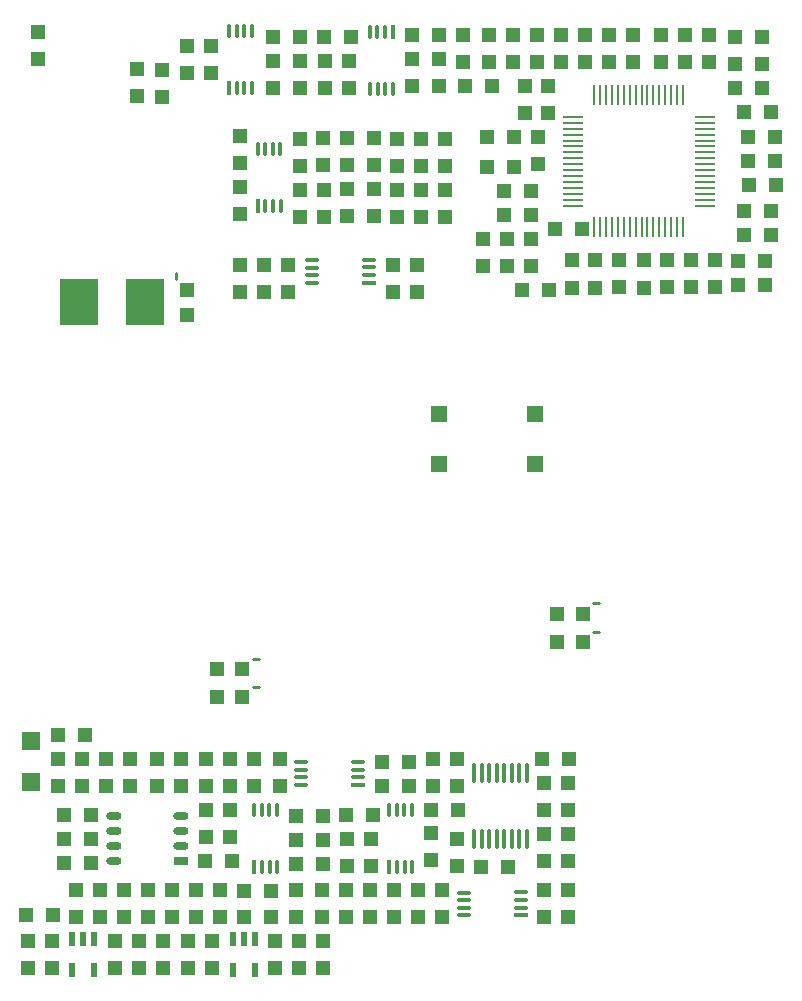
<source format=gtp>
%FSLAX42Y42*%
%MOMM*%
G71*
G01*
G75*
G04 Layer_Color=8421504*
%ADD10R,1.22X1.22*%
%ADD11R,1.22X1.22*%
%ADD12R,3.20X4.00*%
%ADD13R,1.27X1.27*%
%ADD14R,1.40X1.40*%
%ADD15O,0.25X1.75*%
%ADD16O,1.75X0.25*%
%ADD17O,1.20X0.35*%
%ADD18R,1.20X0.35*%
%ADD19O,0.35X1.20*%
%ADD20R,0.35X1.20*%
%ADD21R,0.60X1.20*%
%ADD22O,1.30X0.65*%
%ADD23R,1.30X0.65*%
%ADD24O,0.35X1.85*%
%ADD25R,1.27X1.27*%
%ADD26R,1.52X1.52*%
%ADD27C,0.25*%
%ADD28C,0.60*%
%ADD29C,2.00*%
%ADD30C,1.20*%
%ADD31C,0.50*%
%ADD32C,0.40*%
%ADD33C,1.30*%
%ADD34C,0.25*%
%ADD35C,0.35*%
%ADD36C,0.30*%
%ADD37C,0.80*%
%ADD38C,5.00*%
%ADD39C,5.00*%
%ADD40C,1.57*%
%ADD41P,1.70X8X292.5*%
%ADD42R,1.50X1.50*%
%ADD43C,1.50*%
%ADD44C,2.00*%
%ADD45R,2.00X2.00*%
%ADD46R,2.00X2.00*%
%ADD47C,1.52*%
%ADD48C,1.27*%
%ADD49C,1.10*%
%ADD50C,1.70*%
%ADD51R,1.20X0.60*%
%ADD52R,1.75X0.25*%
%ADD53R,0.25X1.75*%
%ADD54O,2.03X0.61*%
%ADD55R,0.69X0.99*%
%ADD56R,1.02X2.03*%
%ADD57R,5.59X8.64*%
%ADD58R,2.03X3.05*%
%ADD59R,3.05X2.03*%
%ADD60R,0.76X1.30*%
%ADD61C,1.00*%
%ADD62C,0.20*%
%ADD63C,0.20*%
%ADD64C,0.30*%
%ADD65C,0.38*%
%ADD66C,0.13*%
%ADD67C,0.10*%
%ADD68C,0.15*%
D10*
X9766Y10922D02*
D03*
X9995D02*
D03*
X6363Y11316D02*
D03*
X6591D02*
D03*
X6363Y10655D02*
D03*
X6591D02*
D03*
X9899Y10075D02*
D03*
X9670D02*
D03*
X9896Y10277D02*
D03*
X9668D02*
D03*
X6363Y11087D02*
D03*
X6591D02*
D03*
X7686Y10665D02*
D03*
X7915D02*
D03*
X9982Y11328D02*
D03*
X9754D02*
D03*
X9982Y11125D02*
D03*
X9754D02*
D03*
X6363Y10884D02*
D03*
X6591D02*
D03*
X6912Y11986D02*
D03*
X7140D02*
D03*
X3962Y5182D02*
D03*
X4191D02*
D03*
X3962Y5588D02*
D03*
X4191D02*
D03*
X6350D02*
D03*
X6579D02*
D03*
X6160Y5169D02*
D03*
X5931D02*
D03*
X5486Y4724D02*
D03*
X5715D02*
D03*
X3645Y4737D02*
D03*
X3874D02*
D03*
X5385Y5194D02*
D03*
X5156D02*
D03*
X7074Y5626D02*
D03*
X7303D02*
D03*
X7775Y11072D02*
D03*
X7547D02*
D03*
X8118Y10551D02*
D03*
X8347D02*
D03*
X9718Y10703D02*
D03*
X9947D02*
D03*
X7775Y11326D02*
D03*
X7547D02*
D03*
X7686Y10868D02*
D03*
X7915D02*
D03*
X5959Y12176D02*
D03*
X5731D02*
D03*
X6391D02*
D03*
X6162D02*
D03*
X9718Y11542D02*
D03*
X9947D02*
D03*
X9642Y11745D02*
D03*
X9871D02*
D03*
X6912Y12189D02*
D03*
X7140D02*
D03*
X6912Y11757D02*
D03*
X7140D02*
D03*
X7585D02*
D03*
X7356D02*
D03*
X3962Y5385D02*
D03*
X4191D02*
D03*
X5931Y5372D02*
D03*
X6160D02*
D03*
X5931Y5575D02*
D03*
X6160D02*
D03*
X5486Y4940D02*
D03*
X5715D02*
D03*
X7493Y5144D02*
D03*
X7722D02*
D03*
X6883Y6033D02*
D03*
X6655D02*
D03*
X6883Y5829D02*
D03*
X6655D02*
D03*
X9642Y12176D02*
D03*
X9871D02*
D03*
Y11948D02*
D03*
X9642D02*
D03*
X8067Y10030D02*
D03*
X7839D02*
D03*
X9947Y10500D02*
D03*
X9718D02*
D03*
X8242Y6058D02*
D03*
X8014D02*
D03*
X4140Y6261D02*
D03*
X3912D02*
D03*
D11*
X3747Y12217D02*
D03*
Y11989D02*
D03*
X5451Y10678D02*
D03*
Y10907D02*
D03*
X8026Y5423D02*
D03*
Y5194D02*
D03*
X5654Y10018D02*
D03*
Y10246D02*
D03*
X5451Y10018D02*
D03*
Y10246D02*
D03*
X5858D02*
D03*
Y10018D02*
D03*
X6746Y10246D02*
D03*
Y10018D02*
D03*
X6950D02*
D03*
Y10246D02*
D03*
X7978Y11097D02*
D03*
Y11326D02*
D03*
X5959Y11084D02*
D03*
Y11313D02*
D03*
X8871Y10053D02*
D03*
Y10282D02*
D03*
X9071Y10056D02*
D03*
Y10284D02*
D03*
X7191Y10653D02*
D03*
Y10881D02*
D03*
X6785Y11084D02*
D03*
Y11313D02*
D03*
X9274Y10056D02*
D03*
Y10284D02*
D03*
X9477Y10056D02*
D03*
Y10284D02*
D03*
X7191Y11313D02*
D03*
Y11084D02*
D03*
X4585Y11671D02*
D03*
Y11900D02*
D03*
X4791Y11897D02*
D03*
Y11668D02*
D03*
X5731Y11973D02*
D03*
Y11745D02*
D03*
X7343Y12189D02*
D03*
Y11961D02*
D03*
X5959Y10881D02*
D03*
Y10653D02*
D03*
X5956Y4293D02*
D03*
Y4521D02*
D03*
X4597Y4293D02*
D03*
Y4521D02*
D03*
X6785Y10881D02*
D03*
Y10653D02*
D03*
X6363Y5385D02*
D03*
Y5156D02*
D03*
X4267Y4724D02*
D03*
Y4953D02*
D03*
X4470D02*
D03*
Y4724D02*
D03*
X3912Y5829D02*
D03*
Y6058D02*
D03*
X5283Y4953D02*
D03*
Y4724D02*
D03*
X4750Y5829D02*
D03*
Y6058D02*
D03*
X7074Y5436D02*
D03*
Y5207D02*
D03*
X6756Y4724D02*
D03*
Y4953D02*
D03*
X8664Y10284D02*
D03*
Y10056D02*
D03*
X8462Y10282D02*
D03*
Y10053D02*
D03*
X8264Y10282D02*
D03*
Y10053D02*
D03*
X6160Y11316D02*
D03*
Y11087D02*
D03*
X6988Y11084D02*
D03*
Y11313D02*
D03*
X7915Y10233D02*
D03*
Y10462D02*
D03*
X7712Y10233D02*
D03*
Y10462D02*
D03*
X7508D02*
D03*
Y10233D02*
D03*
X8062Y11760D02*
D03*
Y11531D02*
D03*
X7864Y11757D02*
D03*
Y11529D02*
D03*
X6378Y11745D02*
D03*
Y11973D02*
D03*
X6175Y11745D02*
D03*
Y11973D02*
D03*
X5959Y11745D02*
D03*
Y11973D02*
D03*
X5210Y12100D02*
D03*
Y11872D02*
D03*
X5007D02*
D03*
Y12100D02*
D03*
X5451Y11338D02*
D03*
Y11110D02*
D03*
X8169Y12189D02*
D03*
Y11961D02*
D03*
X6162Y10653D02*
D03*
Y10881D02*
D03*
X8575Y12189D02*
D03*
Y11961D02*
D03*
X8372Y12189D02*
D03*
Y11961D02*
D03*
X7966Y12189D02*
D03*
Y11961D02*
D03*
X7762Y12189D02*
D03*
Y11961D02*
D03*
X7559Y12189D02*
D03*
Y11961D02*
D03*
X6160Y4521D02*
D03*
Y4293D02*
D03*
X4801Y4521D02*
D03*
Y4293D02*
D03*
X5753D02*
D03*
Y4521D02*
D03*
X5017Y4293D02*
D03*
Y4521D02*
D03*
X4394Y4293D02*
D03*
Y4521D02*
D03*
X3658Y4293D02*
D03*
Y4521D02*
D03*
X6988Y10881D02*
D03*
Y10653D02*
D03*
X9220Y11961D02*
D03*
Y12189D02*
D03*
X9423Y11961D02*
D03*
Y12189D02*
D03*
X8779D02*
D03*
Y11961D02*
D03*
X9020Y12189D02*
D03*
Y11961D02*
D03*
X5220Y4521D02*
D03*
Y4293D02*
D03*
X3861Y4521D02*
D03*
Y4293D02*
D03*
X6566Y5385D02*
D03*
Y5156D02*
D03*
X4064Y4953D02*
D03*
Y4724D02*
D03*
X4521Y5829D02*
D03*
Y6058D02*
D03*
X4318Y5829D02*
D03*
Y6058D02*
D03*
X4115D02*
D03*
Y5829D02*
D03*
X5791Y6058D02*
D03*
Y5829D02*
D03*
X5575Y6058D02*
D03*
Y5829D02*
D03*
X5169Y5397D02*
D03*
Y5626D02*
D03*
Y6058D02*
D03*
Y5829D02*
D03*
X4877Y4724D02*
D03*
Y4953D02*
D03*
X4674Y4724D02*
D03*
Y4953D02*
D03*
X4953Y6058D02*
D03*
Y5829D02*
D03*
X5080Y4953D02*
D03*
Y4724D02*
D03*
X5372Y5397D02*
D03*
Y5626D02*
D03*
X6147Y4953D02*
D03*
Y4724D02*
D03*
X5931Y4722D02*
D03*
Y4950D02*
D03*
X7290Y5385D02*
D03*
Y5156D02*
D03*
Y5829D02*
D03*
Y6058D02*
D03*
X7087Y5829D02*
D03*
Y6058D02*
D03*
X6350Y4724D02*
D03*
Y4953D02*
D03*
X6553Y4724D02*
D03*
Y4953D02*
D03*
X7163Y4724D02*
D03*
Y4953D02*
D03*
X6960Y4724D02*
D03*
Y4953D02*
D03*
X8026D02*
D03*
Y4724D02*
D03*
X8230D02*
D03*
Y4953D02*
D03*
X8026Y5855D02*
D03*
Y5626D02*
D03*
X8230Y5855D02*
D03*
Y5626D02*
D03*
Y5423D02*
D03*
Y5194D02*
D03*
X5372Y5829D02*
D03*
Y6058D02*
D03*
D12*
X4648Y9931D02*
D03*
X4089D02*
D03*
D13*
X8141Y7290D02*
D03*
X8357D02*
D03*
X8141Y7049D02*
D03*
X8357D02*
D03*
X5258Y6820D02*
D03*
X5474D02*
D03*
X5258Y6582D02*
D03*
X5473D02*
D03*
D14*
X7950Y8560D02*
D03*
X7137D02*
D03*
X7950Y8979D02*
D03*
X7137D02*
D03*
D15*
X8454Y11680D02*
D03*
X8504D02*
D03*
X8554D02*
D03*
X8604D02*
D03*
X8654D02*
D03*
X8704D02*
D03*
X8754D02*
D03*
X8804D02*
D03*
X8854D02*
D03*
X8904D02*
D03*
X8954D02*
D03*
X9004D02*
D03*
X9054D02*
D03*
X9104D02*
D03*
X9154D02*
D03*
X9204D02*
D03*
Y10565D02*
D03*
X9154D02*
D03*
X9104D02*
D03*
X9054D02*
D03*
X9004D02*
D03*
X8954D02*
D03*
X8904D02*
D03*
X8854D02*
D03*
X8804D02*
D03*
X8754D02*
D03*
X8704D02*
D03*
X8654D02*
D03*
X8604D02*
D03*
X8554D02*
D03*
X8504D02*
D03*
X8454D02*
D03*
D16*
X9387Y11497D02*
D03*
Y11447D02*
D03*
Y11397D02*
D03*
Y11347D02*
D03*
Y11297D02*
D03*
Y11247D02*
D03*
Y11197D02*
D03*
Y11147D02*
D03*
Y11097D02*
D03*
Y11047D02*
D03*
Y10997D02*
D03*
Y10947D02*
D03*
Y10897D02*
D03*
Y10847D02*
D03*
Y10797D02*
D03*
Y10747D02*
D03*
X8272D02*
D03*
Y10797D02*
D03*
Y10847D02*
D03*
Y10897D02*
D03*
Y10947D02*
D03*
Y10997D02*
D03*
Y11047D02*
D03*
Y11097D02*
D03*
Y11147D02*
D03*
Y11197D02*
D03*
Y11247D02*
D03*
Y11297D02*
D03*
Y11347D02*
D03*
Y11397D02*
D03*
Y11447D02*
D03*
Y11497D02*
D03*
D17*
X6543Y10289D02*
D03*
Y10224D02*
D03*
Y10159D02*
D03*
X6061Y10284D02*
D03*
Y10157D02*
D03*
Y10094D02*
D03*
Y10221D02*
D03*
X6452Y6037D02*
D03*
Y5972D02*
D03*
Y5907D02*
D03*
X5969Y6033D02*
D03*
Y5906D02*
D03*
Y5842D02*
D03*
Y5969D02*
D03*
X7836Y4932D02*
D03*
Y4867D02*
D03*
Y4802D02*
D03*
X7353Y4928D02*
D03*
Y4801D02*
D03*
Y4737D02*
D03*
Y4864D02*
D03*
D18*
X6543Y10094D02*
D03*
X6452Y5842D02*
D03*
X7836Y4737D02*
D03*
D19*
X6551Y12215D02*
D03*
X6617D02*
D03*
X6681D02*
D03*
X6556Y11732D02*
D03*
X6683D02*
D03*
X6746D02*
D03*
X6619D02*
D03*
X5799Y10741D02*
D03*
X5733D02*
D03*
X5669D02*
D03*
X5794Y11224D02*
D03*
X5667D02*
D03*
X5603D02*
D03*
X5731D02*
D03*
X5557Y11745D02*
D03*
X5492D02*
D03*
X5427D02*
D03*
X5553Y12227D02*
D03*
X5426D02*
D03*
X5362D02*
D03*
X5489D02*
D03*
X5770Y5144D02*
D03*
X5705D02*
D03*
X5640D02*
D03*
X5766Y5626D02*
D03*
X5639D02*
D03*
X5575D02*
D03*
X5702D02*
D03*
X6845D02*
D03*
X6718D02*
D03*
X6782D02*
D03*
X6909D02*
D03*
X6783Y5144D02*
D03*
X6848D02*
D03*
X6913D02*
D03*
D20*
X6746Y12215D02*
D03*
X5603Y10741D02*
D03*
X5362Y11745D02*
D03*
X5575Y5144D02*
D03*
X6718D02*
D03*
D21*
X5581Y4540D02*
D03*
X5486D02*
D03*
X5391D02*
D03*
Y4274D02*
D03*
X5581D02*
D03*
X4222Y4540D02*
D03*
X4128D02*
D03*
X4033D02*
D03*
Y4274D02*
D03*
X4222D02*
D03*
D22*
X4953Y5448D02*
D03*
X4384Y5194D02*
D03*
Y5575D02*
D03*
X4953D02*
D03*
X4384Y5448D02*
D03*
X4953Y5321D02*
D03*
X4384D02*
D03*
D23*
X4953Y5194D02*
D03*
D24*
X7436Y5384D02*
D03*
X7499D02*
D03*
X7563D02*
D03*
X7626D02*
D03*
X7690D02*
D03*
X7753D02*
D03*
X7817D02*
D03*
X7880D02*
D03*
X7436Y5944D02*
D03*
X7499D02*
D03*
X7563D02*
D03*
X7626D02*
D03*
X7690D02*
D03*
X7753D02*
D03*
X7817D02*
D03*
X7880D02*
D03*
D25*
X5004Y9817D02*
D03*
Y10033D02*
D03*
D26*
X3683Y5867D02*
D03*
Y6210D02*
D03*
D34*
X8446Y7379D02*
X8496D01*
X8446Y7137D02*
X8496D01*
X5563Y6909D02*
X5613D01*
X5562Y6671D02*
X5613D01*
X4915Y10122D02*
Y10173D01*
M02*

</source>
